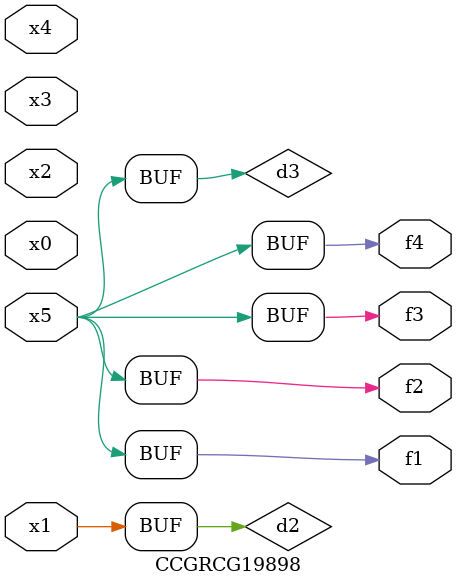
<source format=v>
module CCGRCG19898(
	input x0, x1, x2, x3, x4, x5,
	output f1, f2, f3, f4
);

	wire d1, d2, d3;

	not (d1, x5);
	or (d2, x1);
	xnor (d3, d1);
	assign f1 = d3;
	assign f2 = d3;
	assign f3 = d3;
	assign f4 = d3;
endmodule

</source>
